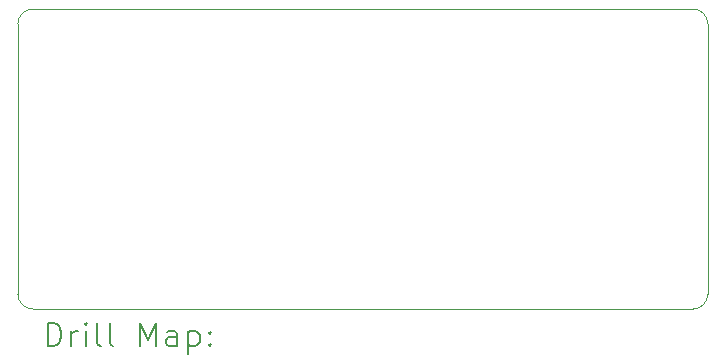
<source format=gbr>
%TF.GenerationSoftware,KiCad,Pcbnew,(6.0.11-0)*%
%TF.CreationDate,2023-06-10T21:35:13+02:00*%
%TF.ProjectId,debug_leds,64656275-675f-46c6-9564-732e6b696361,REV*%
%TF.SameCoordinates,Original*%
%TF.FileFunction,Drillmap*%
%TF.FilePolarity,Positive*%
%FSLAX45Y45*%
G04 Gerber Fmt 4.5, Leading zero omitted, Abs format (unit mm)*
G04 Created by KiCad (PCBNEW (6.0.11-0)) date 2023-06-10 21:35:13*
%MOMM*%
%LPD*%
G01*
G04 APERTURE LIST*
%ADD10C,0.100000*%
%ADD11C,0.200000*%
G04 APERTURE END LIST*
D10*
X16002000Y-5207000D02*
G75*
G03*
X15875000Y-5080000I-127000J0D01*
G01*
X15875000Y-7620000D02*
G75*
G03*
X16002000Y-7493000I0J127000D01*
G01*
X10160000Y-7493000D02*
G75*
G03*
X10287000Y-7620000I127000J0D01*
G01*
X10287000Y-5080000D02*
G75*
G03*
X10160000Y-5207000I0J-127000D01*
G01*
X10287000Y-7620000D02*
X15875000Y-7620000D01*
X16002000Y-7493000D02*
X16002000Y-5207000D01*
X10160000Y-5207000D02*
X10160000Y-7493000D01*
X10287000Y-5080000D02*
X15875000Y-5080000D01*
D11*
X10412619Y-7935476D02*
X10412619Y-7735476D01*
X10460238Y-7735476D01*
X10488810Y-7745000D01*
X10507857Y-7764048D01*
X10517381Y-7783095D01*
X10526905Y-7821190D01*
X10526905Y-7849762D01*
X10517381Y-7887857D01*
X10507857Y-7906905D01*
X10488810Y-7925952D01*
X10460238Y-7935476D01*
X10412619Y-7935476D01*
X10612619Y-7935476D02*
X10612619Y-7802143D01*
X10612619Y-7840238D02*
X10622143Y-7821190D01*
X10631667Y-7811667D01*
X10650714Y-7802143D01*
X10669762Y-7802143D01*
X10736429Y-7935476D02*
X10736429Y-7802143D01*
X10736429Y-7735476D02*
X10726905Y-7745000D01*
X10736429Y-7754524D01*
X10745952Y-7745000D01*
X10736429Y-7735476D01*
X10736429Y-7754524D01*
X10860238Y-7935476D02*
X10841190Y-7925952D01*
X10831667Y-7906905D01*
X10831667Y-7735476D01*
X10965000Y-7935476D02*
X10945952Y-7925952D01*
X10936429Y-7906905D01*
X10936429Y-7735476D01*
X11193571Y-7935476D02*
X11193571Y-7735476D01*
X11260238Y-7878333D01*
X11326905Y-7735476D01*
X11326905Y-7935476D01*
X11507857Y-7935476D02*
X11507857Y-7830714D01*
X11498333Y-7811667D01*
X11479286Y-7802143D01*
X11441190Y-7802143D01*
X11422143Y-7811667D01*
X11507857Y-7925952D02*
X11488809Y-7935476D01*
X11441190Y-7935476D01*
X11422143Y-7925952D01*
X11412619Y-7906905D01*
X11412619Y-7887857D01*
X11422143Y-7868809D01*
X11441190Y-7859286D01*
X11488809Y-7859286D01*
X11507857Y-7849762D01*
X11603095Y-7802143D02*
X11603095Y-8002143D01*
X11603095Y-7811667D02*
X11622143Y-7802143D01*
X11660238Y-7802143D01*
X11679286Y-7811667D01*
X11688809Y-7821190D01*
X11698333Y-7840238D01*
X11698333Y-7897381D01*
X11688809Y-7916428D01*
X11679286Y-7925952D01*
X11660238Y-7935476D01*
X11622143Y-7935476D01*
X11603095Y-7925952D01*
X11784048Y-7916428D02*
X11793571Y-7925952D01*
X11784048Y-7935476D01*
X11774524Y-7925952D01*
X11784048Y-7916428D01*
X11784048Y-7935476D01*
X11784048Y-7811667D02*
X11793571Y-7821190D01*
X11784048Y-7830714D01*
X11774524Y-7821190D01*
X11784048Y-7811667D01*
X11784048Y-7830714D01*
M02*

</source>
